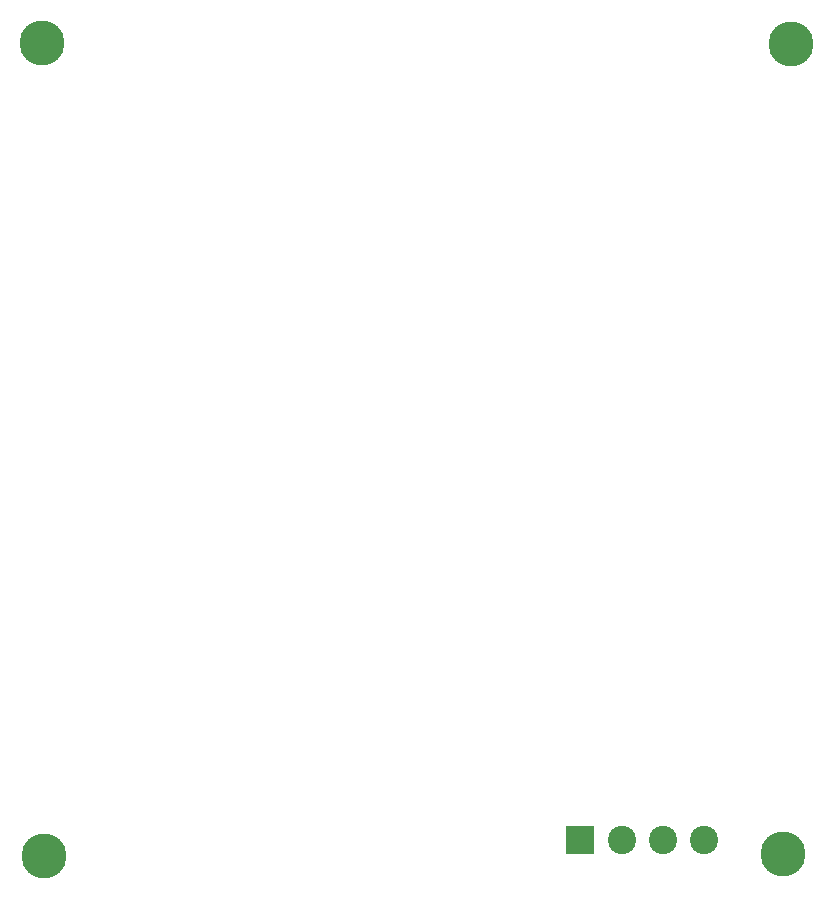
<source format=gbs>
G04 #@! TF.GenerationSoftware,KiCad,Pcbnew,7.0.5*
G04 #@! TF.CreationDate,2023-10-10T09:39:29+02:00*
G04 #@! TF.ProjectId,Lichten-PCB,4c696368-7465-46e2-9d50-43422e6b6963,rev?*
G04 #@! TF.SameCoordinates,Original*
G04 #@! TF.FileFunction,Soldermask,Bot*
G04 #@! TF.FilePolarity,Negative*
%FSLAX46Y46*%
G04 Gerber Fmt 4.6, Leading zero omitted, Abs format (unit mm)*
G04 Created by KiCad (PCBNEW 7.0.5) date 2023-10-10 09:39:29*
%MOMM*%
%LPD*%
G01*
G04 APERTURE LIST*
%ADD10C,3.800000*%
%ADD11R,2.400000X2.400000*%
%ADD12C,2.400000*%
G04 APERTURE END LIST*
D10*
X169610000Y-72860000D03*
X169000000Y-141400000D03*
X106400000Y-141600000D03*
D11*
X151810000Y-140230000D03*
D12*
X155310000Y-140230000D03*
X158810000Y-140230000D03*
X162310000Y-140230000D03*
D10*
X106260000Y-72780000D03*
M02*

</source>
